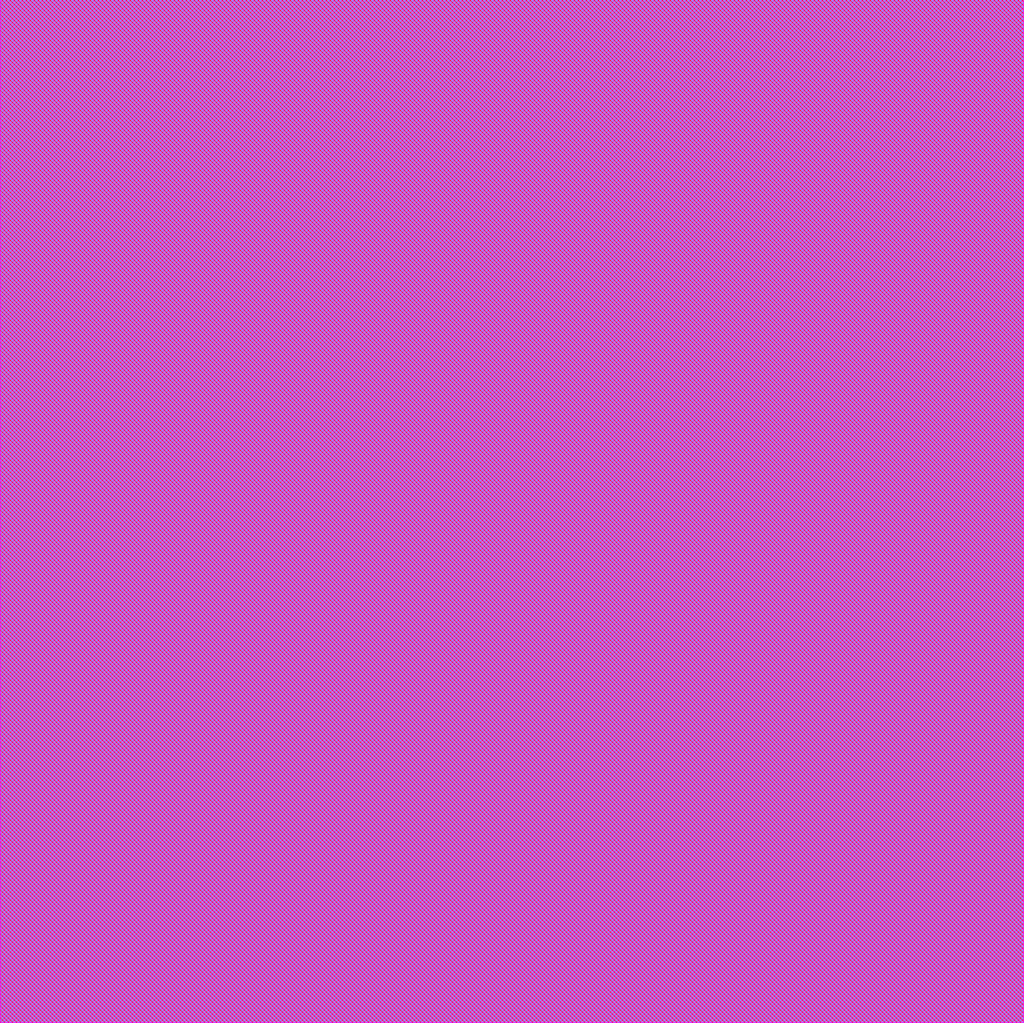
<source format=lef>
##
## LEF for PtnCells ;
## created by Innovus v20.10-p004_1 on Mon Sep 15 18:17:46 2025
##

VERSION 5.8 ;

BUSBITCHARS "[]" ;
DIVIDERCHAR "/" ;

MACRO croc_chip
  CLASS BLOCK ;
  SIZE 1840.320000 BY 1840.020000 ;
  FOREIGN croc_chip 0.000000 0.000000 ;
  ORIGIN 0 0 ;
  SYMMETRY X Y R90 ;
  PIN clk_i
    DIRECTION INPUT ;
    USE SIGNAL ;
  END clk_i
  PIN rst_ni
    DIRECTION INPUT ;
    USE SIGNAL ;
  END rst_ni
  PIN ref_clk_i
    DIRECTION INPUT ;
    USE SIGNAL ;
  END ref_clk_i
  PIN jtag_tck_i
    DIRECTION INPUT ;
    USE SIGNAL ;
  END jtag_tck_i
  PIN jtag_trst_ni
    DIRECTION INPUT ;
    USE SIGNAL ;
  END jtag_trst_ni
  PIN jtag_tms_i
    DIRECTION INPUT ;
    USE SIGNAL ;
  END jtag_tms_i
  PIN jtag_tdi_i
    DIRECTION INPUT ;
    USE SIGNAL ;
  END jtag_tdi_i
  PIN jtag_tdo_o
    DIRECTION OUTPUT ;
    USE SIGNAL ;
  END jtag_tdo_o
  PIN uart_rx_i
    DIRECTION INPUT ;
    USE SIGNAL ;
  END uart_rx_i
  PIN uart_tx_o
    DIRECTION OUTPUT ;
    USE SIGNAL ;
  END uart_tx_o
  PIN fetch_en_i
    DIRECTION INPUT ;
    USE SIGNAL ;
  END fetch_en_i
  PIN status_o
    DIRECTION OUTPUT ;
    USE SIGNAL ;
  END status_o
  PIN gpio0_io
    DIRECTION INOUT ;
    USE SIGNAL ;
  END gpio0_io
  PIN gpio1_io
    DIRECTION INOUT ;
    USE SIGNAL ;
  END gpio1_io
  PIN gpio2_io
    DIRECTION INOUT ;
    USE SIGNAL ;
  END gpio2_io
  PIN gpio3_io
    DIRECTION INOUT ;
    USE SIGNAL ;
  END gpio3_io
  PIN gpio4_io
    DIRECTION INOUT ;
    USE SIGNAL ;
  END gpio4_io
  PIN gpio5_io
    DIRECTION INOUT ;
    USE SIGNAL ;
  END gpio5_io
  PIN gpio6_io
    DIRECTION INOUT ;
    USE SIGNAL ;
  END gpio6_io
  PIN gpio7_io
    DIRECTION INOUT ;
    USE SIGNAL ;
  END gpio7_io
  PIN gpio8_io
    DIRECTION INOUT ;
    USE SIGNAL ;
  END gpio8_io
  PIN gpio9_io
    DIRECTION INOUT ;
    USE SIGNAL ;
  END gpio9_io
  PIN gpio10_io
    DIRECTION INOUT ;
    USE SIGNAL ;
  END gpio10_io
  PIN gpio11_io
    DIRECTION INOUT ;
    USE SIGNAL ;
  END gpio11_io
  PIN gpio12_io
    DIRECTION INOUT ;
    USE SIGNAL ;
  END gpio12_io
  PIN gpio13_io
    DIRECTION INOUT ;
    USE SIGNAL ;
  END gpio13_io
  PIN gpio14_io
    DIRECTION INOUT ;
    USE SIGNAL ;
  END gpio14_io
  PIN gpio15_io
    DIRECTION INOUT ;
    USE SIGNAL ;
  END gpio15_io
  PIN gpio16_io
    DIRECTION INOUT ;
    USE SIGNAL ;
  END gpio16_io
  PIN gpio17_io
    DIRECTION INOUT ;
    USE SIGNAL ;
  END gpio17_io
  PIN gpio18_io
    DIRECTION INOUT ;
    USE SIGNAL ;
  END gpio18_io
  PIN gpio19_io
    DIRECTION INOUT ;
    USE SIGNAL ;
  END gpio19_io
  PIN gpio20_io
    DIRECTION INOUT ;
    USE SIGNAL ;
  END gpio20_io
  PIN gpio21_io
    DIRECTION INOUT ;
    USE SIGNAL ;
  END gpio21_io
  PIN gpio22_io
    DIRECTION INOUT ;
    USE SIGNAL ;
  END gpio22_io
  PIN gpio23_io
    DIRECTION INOUT ;
    USE SIGNAL ;
  END gpio23_io
  PIN gpio24_io
    DIRECTION INOUT ;
    USE SIGNAL ;
  END gpio24_io
  PIN gpio25_io
    DIRECTION INOUT ;
    USE SIGNAL ;
  END gpio25_io
  PIN gpio26_io
    DIRECTION INOUT ;
    USE SIGNAL ;
  END gpio26_io
  PIN gpio27_io
    DIRECTION INOUT ;
    USE SIGNAL ;
  END gpio27_io
  PIN gpio28_io
    DIRECTION INOUT ;
    USE SIGNAL ;
  END gpio28_io
  PIN gpio29_io
    DIRECTION INOUT ;
    USE SIGNAL ;
  END gpio29_io
  PIN gpio30_io
    DIRECTION INOUT ;
    USE SIGNAL ;
  END gpio30_io
  PIN gpio31_io
    DIRECTION INOUT ;
    USE SIGNAL ;
  END gpio31_io
  PIN unused0_o
    DIRECTION OUTPUT ;
    USE SIGNAL ;
  END unused0_o
  PIN unused1_o
    DIRECTION OUTPUT ;
    USE SIGNAL ;
  END unused1_o
  PIN unused2_o
    DIRECTION OUTPUT ;
    USE SIGNAL ;
  END unused2_o
  PIN unused3_o
    DIRECTION OUTPUT ;
    USE SIGNAL ;
  END unused3_o
  OBS
    LAYER Metal1 ;
      RECT 0.000000 0.000000 1840.320000 1840.020000 ;
    LAYER Metal2 ;
      RECT 0.000000 0.000000 1840.320000 1840.020000 ;
    LAYER Metal3 ;
      RECT 0.000000 0.000000 1840.320000 1840.020000 ;
    LAYER Metal4 ;
      RECT 0.000000 0.000000 1840.320000 1840.020000 ;
    LAYER Metal5 ;
      RECT 0.000000 0.000000 1840.320000 1840.020000 ;
    LAYER TopMetal1 ;
      RECT 0.000000 0.000000 1840.320000 1840.020000 ;
    LAYER TopMetal2 ;
      RECT 0.000000 0.000000 1840.320000 1840.020000 ;
  END
END croc_chip

END LIBRARY

</source>
